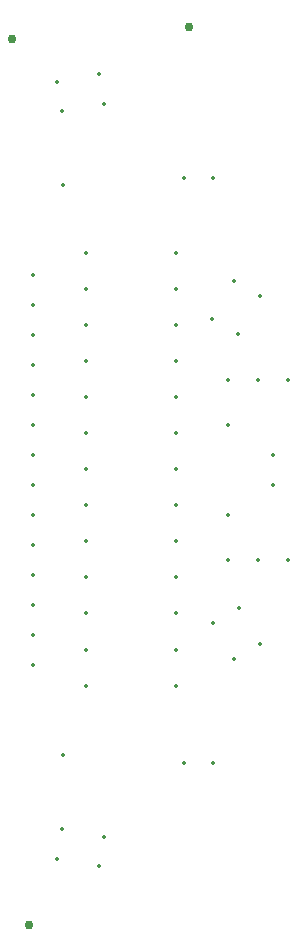
<source format=gbr>
G04 #@! TF.GenerationSoftware,KiCad,Pcbnew,9.0.1*
G04 #@! TF.CreationDate,2025-07-21T13:33:18+02:00*
G04 #@! TF.ProjectId,ukmarsbot-wall-sensor-advanced,756b6d61-7273-4626-9f74-2d77616c6c2d,rev?*
G04 #@! TF.SameCoordinates,Original*
G04 #@! TF.FileFunction,Other,ECO1*
%FSLAX46Y46*%
G04 Gerber Fmt 4.6, Leading zero omitted, Abs format (unit mm)*
G04 Created by KiCad (PCBNEW 9.0.1) date 2025-07-21 13:33:18*
%MOMM*%
%LPD*%
G01*
G04 APERTURE LIST*
%ADD10C,0.750000*%
%ADD11C,0.350000*%
G04 APERTURE END LIST*
D10*
G04 #@! TO.C,FID3*
X155000000Y-67500000D03*
G04 #@! TD*
G04 #@! TO.C,FID2*
X140000000Y-68500000D03*
G04 #@! TD*
G04 #@! TO.C,FID1*
X141500000Y-143500000D03*
G04 #@! TD*
D11*
X144370000Y-129130000D03*
X159200000Y-93500000D03*
X157000295Y-92230000D03*
X144277127Y-74600000D03*
X143836061Y-72098588D03*
X162150000Y-106275000D03*
X162150000Y-103735000D03*
X146275000Y-92681000D03*
X153895000Y-92681000D03*
X163420000Y-112620000D03*
X160880000Y-112620000D03*
X158340000Y-112620000D03*
X157070000Y-80235000D03*
X154570000Y-80235000D03*
X157100000Y-117900000D03*
X159299705Y-116630000D03*
X146275000Y-89633000D03*
X153895000Y-89633000D03*
X143834325Y-137900000D03*
X144275391Y-135398588D03*
X146285000Y-95729000D03*
X153905000Y-95729000D03*
X146275000Y-107921000D03*
X153895000Y-107921000D03*
X146275000Y-101825000D03*
X153895000Y-101825000D03*
X146275000Y-110969000D03*
X153895000Y-110969000D03*
X146275000Y-123288000D03*
X153895000Y-123288000D03*
X146275000Y-104873000D03*
X153895000Y-104873000D03*
X163420000Y-97380000D03*
X160880000Y-97380000D03*
X158340000Y-97380000D03*
X144370000Y-80870000D03*
X153885000Y-86585000D03*
X146265000Y-86585000D03*
X146275000Y-98777000D03*
X153895000Y-98777000D03*
X158340000Y-101200000D03*
X158340000Y-108820000D03*
X146275000Y-120240000D03*
X153895000Y-120240000D03*
X146275000Y-114017000D03*
X153895000Y-114017000D03*
X146275000Y-117065000D03*
X153895000Y-117065000D03*
X157070000Y-129765000D03*
X154570000Y-129765000D03*
X147825391Y-136026588D03*
X147384325Y-138528000D03*
X158848000Y-88998000D03*
X161047705Y-90268000D03*
X147427127Y-71472000D03*
X147868193Y-73973412D03*
X161047705Y-119732000D03*
X158848000Y-121002000D03*
X141830000Y-121510000D03*
X141830000Y-118970000D03*
X141830000Y-116430000D03*
X141830000Y-113890000D03*
X141830000Y-111350000D03*
X141830000Y-108810000D03*
X141830000Y-106270000D03*
X141830000Y-103730000D03*
X141830000Y-101190000D03*
X141830000Y-98650000D03*
X141830000Y-96110000D03*
X141830000Y-93570000D03*
X141830000Y-91030000D03*
X141830000Y-88490000D03*
M02*

</source>
